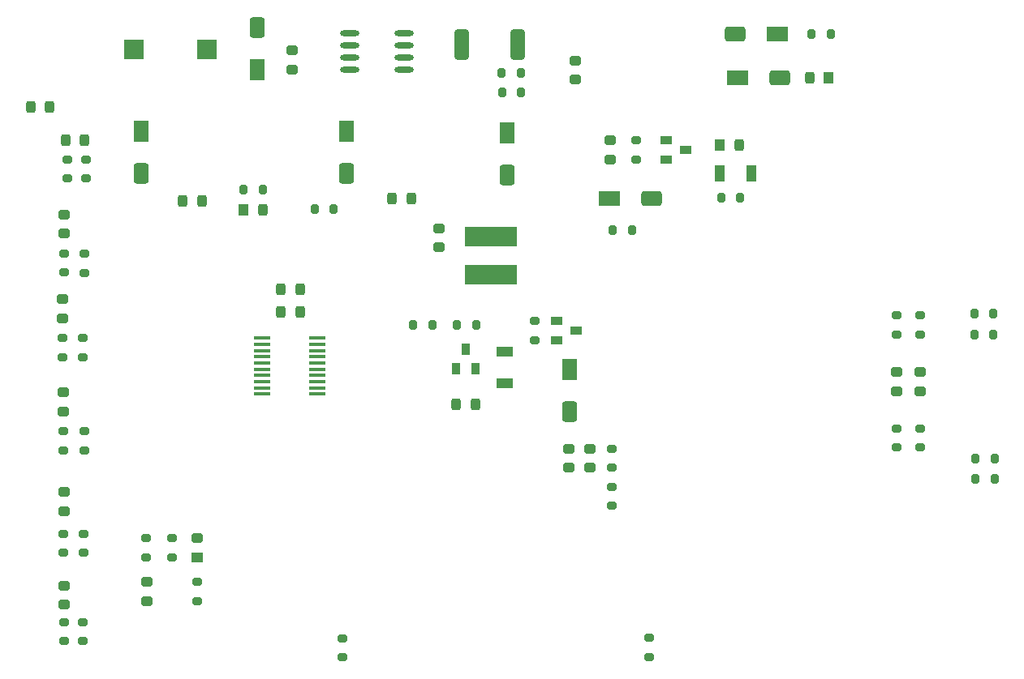
<source format=gtp>
G04*
G04 #@! TF.GenerationSoftware,Altium Limited,Altium Designer,23.11.1 (41)*
G04*
G04 Layer_Color=8421504*
%FSTAX24Y24*%
%MOIN*%
G70*
G04*
G04 #@! TF.SameCoordinates,027617FE-0855-4198-9E67-A804299B83E6*
G04*
G04*
G04 #@! TF.FilePolarity,Positive*
G04*
G01*
G75*
%ADD35R,0.0630X0.0866*%
G04:AMPARAMS|DCode=36|XSize=63mil|YSize=86.6mil|CornerRadius=15.7mil|HoleSize=0mil|Usage=FLASHONLY|Rotation=0.000|XOffset=0mil|YOffset=0mil|HoleType=Round|Shape=RoundedRectangle|*
%AMROUNDEDRECTD36*
21,1,0.0630,0.0551,0,0,0.0*
21,1,0.0315,0.0866,0,0,0.0*
1,1,0.0315,0.0157,-0.0276*
1,1,0.0315,-0.0157,-0.0276*
1,1,0.0315,-0.0157,0.0276*
1,1,0.0315,0.0157,0.0276*
%
%ADD36ROUNDEDRECTD36*%
%ADD37R,0.0787X0.0787*%
G04:AMPARAMS|DCode=38|XSize=31.5mil|YSize=39.4mil|CornerRadius=5.9mil|HoleSize=0mil|Usage=FLASHONLY|Rotation=270.000|XOffset=0mil|YOffset=0mil|HoleType=Round|Shape=RoundedRectangle|*
%AMROUNDEDRECTD38*
21,1,0.0315,0.0276,0,0,270.0*
21,1,0.0197,0.0394,0,0,270.0*
1,1,0.0118,-0.0138,-0.0098*
1,1,0.0118,-0.0138,0.0098*
1,1,0.0118,0.0138,0.0098*
1,1,0.0118,0.0138,-0.0098*
%
%ADD38ROUNDEDRECTD38*%
G04:AMPARAMS|DCode=39|XSize=39.4mil|YSize=47.2mil|CornerRadius=9.8mil|HoleSize=0mil|Usage=FLASHONLY|Rotation=90.000|XOffset=0mil|YOffset=0mil|HoleType=Round|Shape=RoundedRectangle|*
%AMROUNDEDRECTD39*
21,1,0.0394,0.0276,0,0,90.0*
21,1,0.0197,0.0472,0,0,90.0*
1,1,0.0197,0.0138,0.0098*
1,1,0.0197,0.0138,-0.0098*
1,1,0.0197,-0.0138,-0.0098*
1,1,0.0197,-0.0138,0.0098*
%
%ADD39ROUNDEDRECTD39*%
G04:AMPARAMS|DCode=40|XSize=31.5mil|YSize=39.4mil|CornerRadius=5.9mil|HoleSize=0mil|Usage=FLASHONLY|Rotation=0.000|XOffset=0mil|YOffset=0mil|HoleType=Round|Shape=RoundedRectangle|*
%AMROUNDEDRECTD40*
21,1,0.0315,0.0276,0,0,0.0*
21,1,0.0197,0.0394,0,0,0.0*
1,1,0.0118,0.0098,-0.0138*
1,1,0.0118,-0.0098,-0.0138*
1,1,0.0118,-0.0098,0.0138*
1,1,0.0118,0.0098,0.0138*
%
%ADD40ROUNDEDRECTD40*%
G04:AMPARAMS|DCode=41|XSize=39.4mil|YSize=47.2mil|CornerRadius=9.8mil|HoleSize=0mil|Usage=FLASHONLY|Rotation=180.000|XOffset=0mil|YOffset=0mil|HoleType=Round|Shape=RoundedRectangle|*
%AMROUNDEDRECTD41*
21,1,0.0394,0.0276,0,0,180.0*
21,1,0.0197,0.0472,0,0,180.0*
1,1,0.0197,-0.0098,0.0138*
1,1,0.0197,0.0098,0.0138*
1,1,0.0197,0.0098,-0.0138*
1,1,0.0197,-0.0098,-0.0138*
%
%ADD41ROUNDEDRECTD41*%
%ADD42R,0.0394X0.0472*%
%ADD43R,0.0472X0.0394*%
%ADD44R,0.0394X0.0669*%
%ADD45R,0.0450X0.0350*%
G04:AMPARAMS|DCode=46|XSize=63mil|YSize=86.6mil|CornerRadius=15.7mil|HoleSize=0mil|Usage=FLASHONLY|Rotation=90.000|XOffset=0mil|YOffset=0mil|HoleType=Round|Shape=RoundedRectangle|*
%AMROUNDEDRECTD46*
21,1,0.0630,0.0551,0,0,90.0*
21,1,0.0315,0.0866,0,0,90.0*
1,1,0.0315,0.0276,0.0157*
1,1,0.0315,0.0276,-0.0157*
1,1,0.0315,-0.0276,-0.0157*
1,1,0.0315,-0.0276,0.0157*
%
%ADD46ROUNDEDRECTD46*%
%ADD47R,0.0866X0.0630*%
G04:AMPARAMS|DCode=48|XSize=63mil|YSize=126mil|CornerRadius=15.7mil|HoleSize=0mil|Usage=FLASHONLY|Rotation=0.000|XOffset=0mil|YOffset=0mil|HoleType=Round|Shape=RoundedRectangle|*
%AMROUNDEDRECTD48*
21,1,0.0630,0.0945,0,0,0.0*
21,1,0.0315,0.1260,0,0,0.0*
1,1,0.0315,0.0157,-0.0472*
1,1,0.0315,-0.0157,-0.0472*
1,1,0.0315,-0.0157,0.0472*
1,1,0.0315,0.0157,0.0472*
%
%ADD48ROUNDEDRECTD48*%
%ADD49O,0.0787X0.0236*%
%ADD50R,0.2165X0.0846*%
%ADD51O,0.0709X0.0157*%
%ADD52R,0.0350X0.0450*%
%ADD53R,0.0669X0.0394*%
D35*
X025197Y025267D02*
D03*
X018614Y025341D02*
D03*
X027756Y015551D02*
D03*
X010157Y025348D02*
D03*
X014935Y027875D02*
D03*
D36*
X025197Y023535D02*
D03*
X018614Y023609D02*
D03*
X027756Y013819D02*
D03*
X010157Y023616D02*
D03*
X014935Y029607D02*
D03*
D37*
X012872Y028707D02*
D03*
X009872D02*
D03*
D38*
X007919Y024175D02*
D03*
Y023388D02*
D03*
X029501Y012281D02*
D03*
Y011493D02*
D03*
X012482Y005999D02*
D03*
Y006787D02*
D03*
X029501Y010709D02*
D03*
Y009921D02*
D03*
X011436Y0086D02*
D03*
Y007812D02*
D03*
X010368Y0086D02*
D03*
Y007812D02*
D03*
X031026Y004488D02*
D03*
Y003701D02*
D03*
X018425Y004476D02*
D03*
Y003688D02*
D03*
X042165Y012327D02*
D03*
Y013115D02*
D03*
X041203Y012327D02*
D03*
Y013115D02*
D03*
X042165Y016972D02*
D03*
Y017759D02*
D03*
X041203Y016972D02*
D03*
Y017759D02*
D03*
X007816Y007992D02*
D03*
Y00878D02*
D03*
X006983Y00878D02*
D03*
Y007992D02*
D03*
X007007Y005152D02*
D03*
Y004365D02*
D03*
X007777D02*
D03*
Y005152D02*
D03*
X00701Y020307D02*
D03*
Y01952D02*
D03*
X007849Y019513D02*
D03*
Y020301D02*
D03*
X007781Y01605D02*
D03*
Y016837D02*
D03*
X006948Y016837D02*
D03*
Y01605D02*
D03*
X007145Y024175D02*
D03*
Y023388D02*
D03*
X007824Y012208D02*
D03*
Y012996D02*
D03*
X006963Y012996D02*
D03*
Y012208D02*
D03*
X026328Y017536D02*
D03*
Y016749D02*
D03*
X030492Y024166D02*
D03*
Y024953D02*
D03*
D39*
X028612Y011493D02*
D03*
Y012281D02*
D03*
X010419Y005999D02*
D03*
Y006787D02*
D03*
X012482Y0086D02*
D03*
X042165Y014638D02*
D03*
Y015425D02*
D03*
X041203Y014638D02*
D03*
Y015425D02*
D03*
X027749Y011493D02*
D03*
Y012281D02*
D03*
X007006Y009704D02*
D03*
Y010492D02*
D03*
X007007Y005865D02*
D03*
Y006652D02*
D03*
X006963Y014594D02*
D03*
Y013807D02*
D03*
X006948Y018436D02*
D03*
Y017648D02*
D03*
X007013Y021912D02*
D03*
Y021125D02*
D03*
X027989Y027458D02*
D03*
Y028245D02*
D03*
X016386Y028662D02*
D03*
Y027875D02*
D03*
X022419Y020565D02*
D03*
Y021352D02*
D03*
X029426Y024167D02*
D03*
Y024954D02*
D03*
D40*
X024977Y027724D02*
D03*
X025764D02*
D03*
X045232Y011041D02*
D03*
X044444D02*
D03*
X045232Y011853D02*
D03*
X044444D02*
D03*
X045183Y017846D02*
D03*
X044396D02*
D03*
X045183Y016976D02*
D03*
X044396D02*
D03*
X034782Y022613D02*
D03*
X033994D02*
D03*
X038502Y029331D02*
D03*
X037715D02*
D03*
X025786Y02694D02*
D03*
X024999D02*
D03*
X017292Y022145D02*
D03*
X018079D02*
D03*
X021342Y017363D02*
D03*
X02213D02*
D03*
X023937D02*
D03*
X02315D02*
D03*
X014384Y022933D02*
D03*
X015171D02*
D03*
X030324Y021264D02*
D03*
X029536D02*
D03*
D41*
X006417Y026339D02*
D03*
X00563D02*
D03*
X037624Y027545D02*
D03*
X034725Y024773D02*
D03*
X007067Y024969D02*
D03*
X007854D02*
D03*
X023121Y014094D02*
D03*
X023908D02*
D03*
X015165Y022109D02*
D03*
X015912Y018829D02*
D03*
X016699D02*
D03*
X015912Y017895D02*
D03*
X016699D02*
D03*
X012675Y02246D02*
D03*
X011888D02*
D03*
X021265Y022559D02*
D03*
X020478D02*
D03*
D42*
X038412Y027545D02*
D03*
X033938Y024773D02*
D03*
X014378Y022109D02*
D03*
D43*
X012482Y007812D02*
D03*
D44*
X035237Y023589D02*
D03*
X033938D02*
D03*
D45*
X031751Y024953D02*
D03*
Y024166D02*
D03*
X032538Y02456D02*
D03*
X028024Y017143D02*
D03*
X027236Y016749D02*
D03*
Y017536D02*
D03*
D46*
X03639Y027541D02*
D03*
X03458Y029348D02*
D03*
X03115Y022559D02*
D03*
D47*
X034658Y027541D02*
D03*
X036312Y029348D02*
D03*
X029418Y022559D02*
D03*
D48*
X02334Y028897D02*
D03*
X025624D02*
D03*
D49*
X020956Y02788D02*
D03*
Y02838D02*
D03*
Y02888D02*
D03*
Y02938D02*
D03*
X018751Y02788D02*
D03*
Y02838D02*
D03*
Y02888D02*
D03*
Y02938D02*
D03*
D50*
X024544Y019424D02*
D03*
Y020999D02*
D03*
D51*
X015126Y016824D02*
D03*
Y016568D02*
D03*
Y016312D02*
D03*
Y016056D02*
D03*
Y0158D02*
D03*
Y015544D02*
D03*
Y015288D02*
D03*
Y015033D02*
D03*
Y014777D02*
D03*
Y014521D02*
D03*
X01741Y016824D02*
D03*
Y016568D02*
D03*
Y016312D02*
D03*
Y016056D02*
D03*
Y0158D02*
D03*
Y015544D02*
D03*
Y015288D02*
D03*
Y015033D02*
D03*
Y014777D02*
D03*
Y014521D02*
D03*
D52*
X023514Y016364D02*
D03*
X023908Y015576D02*
D03*
X023121D02*
D03*
D53*
X025101Y016273D02*
D03*
Y014973D02*
D03*
M02*

</source>
